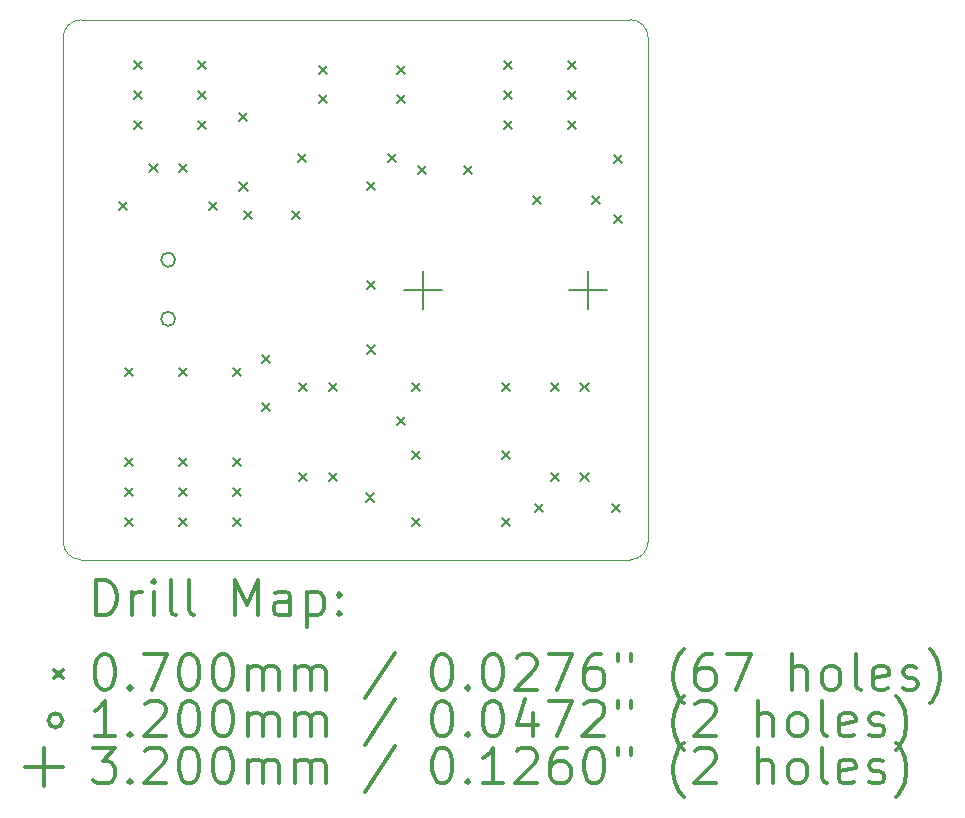
<source format=gbr>
%FSLAX45Y45*%
G04 Gerber Fmt 4.5, Leading zero omitted, Abs format (unit mm)*
G04 Created by KiCad (PCBNEW 5.1.12-84ad8e8a86~92~ubuntu20.04.1) date 2022-07-02 20:29:37*
%MOMM*%
%LPD*%
G01*
G04 APERTURE LIST*
%TA.AperFunction,Profile*%
%ADD10C,0.100000*%
%TD*%
%ADD11C,0.200000*%
%ADD12C,0.300000*%
G04 APERTURE END LIST*
D10*
X17373600Y-7239000D02*
G75*
G02*
X17526000Y-7391400I0J-152400D01*
G01*
X17526000Y-11658600D02*
G75*
G02*
X17373600Y-11811000I-152400J0D01*
G01*
X17526000Y-11658600D02*
X17526000Y-7391400D01*
X12573000Y-7391400D02*
G75*
G02*
X12725400Y-7239000I152400J0D01*
G01*
X12725400Y-11811000D02*
G75*
G02*
X12573000Y-11658600I0J152400D01*
G01*
X12573000Y-11658600D02*
X12573000Y-7391400D01*
X17373600Y-11811000D02*
X12725400Y-11811000D01*
X12725400Y-7239000D02*
X17373600Y-7239000D01*
D11*
X13046000Y-8778800D02*
X13116000Y-8848800D01*
X13116000Y-8778800D02*
X13046000Y-8848800D01*
X13096800Y-10188500D02*
X13166800Y-10258500D01*
X13166800Y-10188500D02*
X13096800Y-10258500D01*
X13096800Y-10950500D02*
X13166800Y-11020500D01*
X13166800Y-10950500D02*
X13096800Y-11020500D01*
X13096800Y-11204500D02*
X13166800Y-11274500D01*
X13166800Y-11204500D02*
X13096800Y-11274500D01*
X13096800Y-11458500D02*
X13166800Y-11528500D01*
X13166800Y-11458500D02*
X13096800Y-11528500D01*
X13173000Y-7585000D02*
X13243000Y-7655000D01*
X13243000Y-7585000D02*
X13173000Y-7655000D01*
X13173000Y-7839000D02*
X13243000Y-7909000D01*
X13243000Y-7839000D02*
X13173000Y-7909000D01*
X13173000Y-8093000D02*
X13243000Y-8163000D01*
X13243000Y-8093000D02*
X13173000Y-8163000D01*
X13302000Y-8461300D02*
X13372000Y-8531300D01*
X13372000Y-8461300D02*
X13302000Y-8531300D01*
X13552000Y-8461300D02*
X13622000Y-8531300D01*
X13622000Y-8461300D02*
X13552000Y-8531300D01*
X13554000Y-10188500D02*
X13624000Y-10258500D01*
X13624000Y-10188500D02*
X13554000Y-10258500D01*
X13554000Y-10950500D02*
X13624000Y-11020500D01*
X13624000Y-10950500D02*
X13554000Y-11020500D01*
X13554000Y-11204500D02*
X13624000Y-11274500D01*
X13624000Y-11204500D02*
X13554000Y-11274500D01*
X13554000Y-11458500D02*
X13624000Y-11528500D01*
X13624000Y-11458500D02*
X13554000Y-11528500D01*
X13711480Y-7585000D02*
X13781480Y-7655000D01*
X13781480Y-7585000D02*
X13711480Y-7655000D01*
X13711480Y-7839000D02*
X13781480Y-7909000D01*
X13781480Y-7839000D02*
X13711480Y-7909000D01*
X13711480Y-8093000D02*
X13781480Y-8163000D01*
X13781480Y-8093000D02*
X13711480Y-8163000D01*
X13808000Y-8778800D02*
X13878000Y-8848800D01*
X13878000Y-8778800D02*
X13808000Y-8848800D01*
X14011200Y-10188500D02*
X14081200Y-10258500D01*
X14081200Y-10188500D02*
X14011200Y-10258500D01*
X14011200Y-10950500D02*
X14081200Y-11020500D01*
X14081200Y-10950500D02*
X14011200Y-11020500D01*
X14011200Y-11204500D02*
X14081200Y-11274500D01*
X14081200Y-11204500D02*
X14011200Y-11274500D01*
X14011200Y-11458500D02*
X14081200Y-11528500D01*
X14081200Y-11458500D02*
X14011200Y-11528500D01*
X14062000Y-8029500D02*
X14132000Y-8099500D01*
X14132000Y-8029500D02*
X14062000Y-8099500D01*
X14064587Y-8615502D02*
X14134587Y-8685502D01*
X14134587Y-8615502D02*
X14064587Y-8685502D01*
X14100100Y-8855000D02*
X14170100Y-8925000D01*
X14170100Y-8855000D02*
X14100100Y-8925000D01*
X14252500Y-10074200D02*
X14322500Y-10144200D01*
X14322500Y-10074200D02*
X14252500Y-10144200D01*
X14252500Y-10485095D02*
X14322500Y-10555095D01*
X14322500Y-10485095D02*
X14252500Y-10555095D01*
X14506500Y-8855000D02*
X14576500Y-8925000D01*
X14576500Y-8855000D02*
X14506500Y-8925000D01*
X14557300Y-8372400D02*
X14627300Y-8442400D01*
X14627300Y-8372400D02*
X14557300Y-8442400D01*
X14570900Y-10315500D02*
X14640900Y-10385500D01*
X14640900Y-10315500D02*
X14570900Y-10385500D01*
X14570900Y-11077500D02*
X14640900Y-11147500D01*
X14640900Y-11077500D02*
X14570900Y-11147500D01*
X14735100Y-7627100D02*
X14805100Y-7697100D01*
X14805100Y-7627100D02*
X14735100Y-7697100D01*
X14735100Y-7877100D02*
X14805100Y-7947100D01*
X14805100Y-7877100D02*
X14735100Y-7947100D01*
X14820900Y-10315500D02*
X14890900Y-10385500D01*
X14890900Y-10315500D02*
X14820900Y-10385500D01*
X14820900Y-11077500D02*
X14890900Y-11147500D01*
X14890900Y-11077500D02*
X14820900Y-11147500D01*
X15135661Y-11248439D02*
X15205661Y-11318439D01*
X15205661Y-11248439D02*
X15135661Y-11318439D01*
X15141500Y-8613700D02*
X15211500Y-8683700D01*
X15211500Y-8613700D02*
X15141500Y-8683700D01*
X15141500Y-9451900D02*
X15211500Y-9521900D01*
X15211500Y-9451900D02*
X15141500Y-9521900D01*
X15141500Y-9995497D02*
X15211500Y-10065497D01*
X15211500Y-9995497D02*
X15141500Y-10065497D01*
X15319300Y-8372400D02*
X15389300Y-8442400D01*
X15389300Y-8372400D02*
X15319300Y-8442400D01*
X15395500Y-7627100D02*
X15465500Y-7697100D01*
X15465500Y-7627100D02*
X15395500Y-7697100D01*
X15395500Y-7877100D02*
X15465500Y-7947100D01*
X15465500Y-7877100D02*
X15395500Y-7947100D01*
X15395500Y-10602520D02*
X15465500Y-10672520D01*
X15465500Y-10602520D02*
X15395500Y-10672520D01*
X15522500Y-10315500D02*
X15592500Y-10385500D01*
X15592500Y-10315500D02*
X15522500Y-10385500D01*
X15522500Y-10887000D02*
X15592500Y-10957000D01*
X15592500Y-10887000D02*
X15522500Y-10957000D01*
X15522500Y-11458500D02*
X15592500Y-11528500D01*
X15592500Y-11458500D02*
X15522500Y-11528500D01*
X15573300Y-8474000D02*
X15643300Y-8544000D01*
X15643300Y-8474000D02*
X15573300Y-8544000D01*
X15967000Y-8474000D02*
X16037000Y-8544000D01*
X16037000Y-8474000D02*
X15967000Y-8544000D01*
X16284500Y-10315500D02*
X16354500Y-10385500D01*
X16354500Y-10315500D02*
X16284500Y-10385500D01*
X16284500Y-10887000D02*
X16354500Y-10957000D01*
X16354500Y-10887000D02*
X16284500Y-10957000D01*
X16284500Y-11458500D02*
X16354500Y-11528500D01*
X16354500Y-11458500D02*
X16284500Y-11528500D01*
X16304820Y-7585000D02*
X16374820Y-7655000D01*
X16374820Y-7585000D02*
X16304820Y-7655000D01*
X16304820Y-7839000D02*
X16374820Y-7909000D01*
X16374820Y-7839000D02*
X16304820Y-7909000D01*
X16304820Y-8093000D02*
X16374820Y-8163000D01*
X16374820Y-8093000D02*
X16304820Y-8163000D01*
X16551200Y-8728000D02*
X16621200Y-8798000D01*
X16621200Y-8728000D02*
X16551200Y-8798000D01*
X16568185Y-11335785D02*
X16638185Y-11405785D01*
X16638185Y-11335785D02*
X16568185Y-11405785D01*
X16701600Y-10315500D02*
X16771600Y-10385500D01*
X16771600Y-10315500D02*
X16701600Y-10385500D01*
X16701600Y-11077500D02*
X16771600Y-11147500D01*
X16771600Y-11077500D02*
X16701600Y-11147500D01*
X16843300Y-7585000D02*
X16913300Y-7655000D01*
X16913300Y-7585000D02*
X16843300Y-7655000D01*
X16843300Y-7839000D02*
X16913300Y-7909000D01*
X16913300Y-7839000D02*
X16843300Y-7909000D01*
X16843300Y-8093000D02*
X16913300Y-8163000D01*
X16913300Y-8093000D02*
X16843300Y-8163000D01*
X16951600Y-10315500D02*
X17021600Y-10385500D01*
X17021600Y-10315500D02*
X16951600Y-10385500D01*
X16951600Y-11077500D02*
X17021600Y-11147500D01*
X17021600Y-11077500D02*
X16951600Y-11147500D01*
X17051200Y-8728000D02*
X17121200Y-8798000D01*
X17121200Y-8728000D02*
X17051200Y-8798000D01*
X17216573Y-11335784D02*
X17286573Y-11405784D01*
X17286573Y-11335784D02*
X17216573Y-11405784D01*
X17237000Y-8385100D02*
X17307000Y-8455100D01*
X17307000Y-8385100D02*
X17237000Y-8455100D01*
X17237000Y-8893100D02*
X17307000Y-8963100D01*
X17307000Y-8893100D02*
X17237000Y-8963100D01*
X13522000Y-9271000D02*
G75*
G03*
X13522000Y-9271000I-60000J0D01*
G01*
X13522000Y-9771000D02*
G75*
G03*
X13522000Y-9771000I-60000J0D01*
G01*
X15621000Y-9365000D02*
X15621000Y-9685000D01*
X15461000Y-9525000D02*
X15781000Y-9525000D01*
X17018000Y-9365000D02*
X17018000Y-9685000D01*
X16858000Y-9525000D02*
X17178000Y-9525000D01*
D12*
X12854428Y-12281714D02*
X12854428Y-11981714D01*
X12925857Y-11981714D01*
X12968714Y-11996000D01*
X12997286Y-12024571D01*
X13011571Y-12053143D01*
X13025857Y-12110286D01*
X13025857Y-12153143D01*
X13011571Y-12210286D01*
X12997286Y-12238857D01*
X12968714Y-12267429D01*
X12925857Y-12281714D01*
X12854428Y-12281714D01*
X13154428Y-12281714D02*
X13154428Y-12081714D01*
X13154428Y-12138857D02*
X13168714Y-12110286D01*
X13183000Y-12096000D01*
X13211571Y-12081714D01*
X13240143Y-12081714D01*
X13340143Y-12281714D02*
X13340143Y-12081714D01*
X13340143Y-11981714D02*
X13325857Y-11996000D01*
X13340143Y-12010286D01*
X13354428Y-11996000D01*
X13340143Y-11981714D01*
X13340143Y-12010286D01*
X13525857Y-12281714D02*
X13497286Y-12267429D01*
X13483000Y-12238857D01*
X13483000Y-11981714D01*
X13683000Y-12281714D02*
X13654428Y-12267429D01*
X13640143Y-12238857D01*
X13640143Y-11981714D01*
X14025857Y-12281714D02*
X14025857Y-11981714D01*
X14125857Y-12196000D01*
X14225857Y-11981714D01*
X14225857Y-12281714D01*
X14497286Y-12281714D02*
X14497286Y-12124571D01*
X14483000Y-12096000D01*
X14454428Y-12081714D01*
X14397286Y-12081714D01*
X14368714Y-12096000D01*
X14497286Y-12267429D02*
X14468714Y-12281714D01*
X14397286Y-12281714D01*
X14368714Y-12267429D01*
X14354428Y-12238857D01*
X14354428Y-12210286D01*
X14368714Y-12181714D01*
X14397286Y-12167429D01*
X14468714Y-12167429D01*
X14497286Y-12153143D01*
X14640143Y-12081714D02*
X14640143Y-12381714D01*
X14640143Y-12096000D02*
X14668714Y-12081714D01*
X14725857Y-12081714D01*
X14754428Y-12096000D01*
X14768714Y-12110286D01*
X14783000Y-12138857D01*
X14783000Y-12224571D01*
X14768714Y-12253143D01*
X14754428Y-12267429D01*
X14725857Y-12281714D01*
X14668714Y-12281714D01*
X14640143Y-12267429D01*
X14911571Y-12253143D02*
X14925857Y-12267429D01*
X14911571Y-12281714D01*
X14897286Y-12267429D01*
X14911571Y-12253143D01*
X14911571Y-12281714D01*
X14911571Y-12096000D02*
X14925857Y-12110286D01*
X14911571Y-12124571D01*
X14897286Y-12110286D01*
X14911571Y-12096000D01*
X14911571Y-12124571D01*
X12498000Y-12741000D02*
X12568000Y-12811000D01*
X12568000Y-12741000D02*
X12498000Y-12811000D01*
X12911571Y-12611714D02*
X12940143Y-12611714D01*
X12968714Y-12626000D01*
X12983000Y-12640286D01*
X12997286Y-12668857D01*
X13011571Y-12726000D01*
X13011571Y-12797429D01*
X12997286Y-12854571D01*
X12983000Y-12883143D01*
X12968714Y-12897429D01*
X12940143Y-12911714D01*
X12911571Y-12911714D01*
X12883000Y-12897429D01*
X12868714Y-12883143D01*
X12854428Y-12854571D01*
X12840143Y-12797429D01*
X12840143Y-12726000D01*
X12854428Y-12668857D01*
X12868714Y-12640286D01*
X12883000Y-12626000D01*
X12911571Y-12611714D01*
X13140143Y-12883143D02*
X13154428Y-12897429D01*
X13140143Y-12911714D01*
X13125857Y-12897429D01*
X13140143Y-12883143D01*
X13140143Y-12911714D01*
X13254428Y-12611714D02*
X13454428Y-12611714D01*
X13325857Y-12911714D01*
X13625857Y-12611714D02*
X13654428Y-12611714D01*
X13683000Y-12626000D01*
X13697286Y-12640286D01*
X13711571Y-12668857D01*
X13725857Y-12726000D01*
X13725857Y-12797429D01*
X13711571Y-12854571D01*
X13697286Y-12883143D01*
X13683000Y-12897429D01*
X13654428Y-12911714D01*
X13625857Y-12911714D01*
X13597286Y-12897429D01*
X13583000Y-12883143D01*
X13568714Y-12854571D01*
X13554428Y-12797429D01*
X13554428Y-12726000D01*
X13568714Y-12668857D01*
X13583000Y-12640286D01*
X13597286Y-12626000D01*
X13625857Y-12611714D01*
X13911571Y-12611714D02*
X13940143Y-12611714D01*
X13968714Y-12626000D01*
X13983000Y-12640286D01*
X13997286Y-12668857D01*
X14011571Y-12726000D01*
X14011571Y-12797429D01*
X13997286Y-12854571D01*
X13983000Y-12883143D01*
X13968714Y-12897429D01*
X13940143Y-12911714D01*
X13911571Y-12911714D01*
X13883000Y-12897429D01*
X13868714Y-12883143D01*
X13854428Y-12854571D01*
X13840143Y-12797429D01*
X13840143Y-12726000D01*
X13854428Y-12668857D01*
X13868714Y-12640286D01*
X13883000Y-12626000D01*
X13911571Y-12611714D01*
X14140143Y-12911714D02*
X14140143Y-12711714D01*
X14140143Y-12740286D02*
X14154428Y-12726000D01*
X14183000Y-12711714D01*
X14225857Y-12711714D01*
X14254428Y-12726000D01*
X14268714Y-12754571D01*
X14268714Y-12911714D01*
X14268714Y-12754571D02*
X14283000Y-12726000D01*
X14311571Y-12711714D01*
X14354428Y-12711714D01*
X14383000Y-12726000D01*
X14397286Y-12754571D01*
X14397286Y-12911714D01*
X14540143Y-12911714D02*
X14540143Y-12711714D01*
X14540143Y-12740286D02*
X14554428Y-12726000D01*
X14583000Y-12711714D01*
X14625857Y-12711714D01*
X14654428Y-12726000D01*
X14668714Y-12754571D01*
X14668714Y-12911714D01*
X14668714Y-12754571D02*
X14683000Y-12726000D01*
X14711571Y-12711714D01*
X14754428Y-12711714D01*
X14783000Y-12726000D01*
X14797286Y-12754571D01*
X14797286Y-12911714D01*
X15383000Y-12597429D02*
X15125857Y-12983143D01*
X15768714Y-12611714D02*
X15797286Y-12611714D01*
X15825857Y-12626000D01*
X15840143Y-12640286D01*
X15854428Y-12668857D01*
X15868714Y-12726000D01*
X15868714Y-12797429D01*
X15854428Y-12854571D01*
X15840143Y-12883143D01*
X15825857Y-12897429D01*
X15797286Y-12911714D01*
X15768714Y-12911714D01*
X15740143Y-12897429D01*
X15725857Y-12883143D01*
X15711571Y-12854571D01*
X15697286Y-12797429D01*
X15697286Y-12726000D01*
X15711571Y-12668857D01*
X15725857Y-12640286D01*
X15740143Y-12626000D01*
X15768714Y-12611714D01*
X15997286Y-12883143D02*
X16011571Y-12897429D01*
X15997286Y-12911714D01*
X15983000Y-12897429D01*
X15997286Y-12883143D01*
X15997286Y-12911714D01*
X16197286Y-12611714D02*
X16225857Y-12611714D01*
X16254428Y-12626000D01*
X16268714Y-12640286D01*
X16283000Y-12668857D01*
X16297286Y-12726000D01*
X16297286Y-12797429D01*
X16283000Y-12854571D01*
X16268714Y-12883143D01*
X16254428Y-12897429D01*
X16225857Y-12911714D01*
X16197286Y-12911714D01*
X16168714Y-12897429D01*
X16154428Y-12883143D01*
X16140143Y-12854571D01*
X16125857Y-12797429D01*
X16125857Y-12726000D01*
X16140143Y-12668857D01*
X16154428Y-12640286D01*
X16168714Y-12626000D01*
X16197286Y-12611714D01*
X16411571Y-12640286D02*
X16425857Y-12626000D01*
X16454428Y-12611714D01*
X16525857Y-12611714D01*
X16554428Y-12626000D01*
X16568714Y-12640286D01*
X16583000Y-12668857D01*
X16583000Y-12697429D01*
X16568714Y-12740286D01*
X16397286Y-12911714D01*
X16583000Y-12911714D01*
X16683000Y-12611714D02*
X16883000Y-12611714D01*
X16754428Y-12911714D01*
X17125857Y-12611714D02*
X17068714Y-12611714D01*
X17040143Y-12626000D01*
X17025857Y-12640286D01*
X16997286Y-12683143D01*
X16983000Y-12740286D01*
X16983000Y-12854571D01*
X16997286Y-12883143D01*
X17011571Y-12897429D01*
X17040143Y-12911714D01*
X17097286Y-12911714D01*
X17125857Y-12897429D01*
X17140143Y-12883143D01*
X17154428Y-12854571D01*
X17154428Y-12783143D01*
X17140143Y-12754571D01*
X17125857Y-12740286D01*
X17097286Y-12726000D01*
X17040143Y-12726000D01*
X17011571Y-12740286D01*
X16997286Y-12754571D01*
X16983000Y-12783143D01*
X17268714Y-12611714D02*
X17268714Y-12668857D01*
X17383000Y-12611714D02*
X17383000Y-12668857D01*
X17825857Y-13026000D02*
X17811571Y-13011714D01*
X17783000Y-12968857D01*
X17768714Y-12940286D01*
X17754428Y-12897429D01*
X17740143Y-12826000D01*
X17740143Y-12768857D01*
X17754428Y-12697429D01*
X17768714Y-12654571D01*
X17783000Y-12626000D01*
X17811571Y-12583143D01*
X17825857Y-12568857D01*
X18068714Y-12611714D02*
X18011571Y-12611714D01*
X17983000Y-12626000D01*
X17968714Y-12640286D01*
X17940143Y-12683143D01*
X17925857Y-12740286D01*
X17925857Y-12854571D01*
X17940143Y-12883143D01*
X17954428Y-12897429D01*
X17983000Y-12911714D01*
X18040143Y-12911714D01*
X18068714Y-12897429D01*
X18083000Y-12883143D01*
X18097286Y-12854571D01*
X18097286Y-12783143D01*
X18083000Y-12754571D01*
X18068714Y-12740286D01*
X18040143Y-12726000D01*
X17983000Y-12726000D01*
X17954428Y-12740286D01*
X17940143Y-12754571D01*
X17925857Y-12783143D01*
X18197286Y-12611714D02*
X18397286Y-12611714D01*
X18268714Y-12911714D01*
X18740143Y-12911714D02*
X18740143Y-12611714D01*
X18868714Y-12911714D02*
X18868714Y-12754571D01*
X18854428Y-12726000D01*
X18825857Y-12711714D01*
X18783000Y-12711714D01*
X18754428Y-12726000D01*
X18740143Y-12740286D01*
X19054428Y-12911714D02*
X19025857Y-12897429D01*
X19011571Y-12883143D01*
X18997286Y-12854571D01*
X18997286Y-12768857D01*
X19011571Y-12740286D01*
X19025857Y-12726000D01*
X19054428Y-12711714D01*
X19097286Y-12711714D01*
X19125857Y-12726000D01*
X19140143Y-12740286D01*
X19154428Y-12768857D01*
X19154428Y-12854571D01*
X19140143Y-12883143D01*
X19125857Y-12897429D01*
X19097286Y-12911714D01*
X19054428Y-12911714D01*
X19325857Y-12911714D02*
X19297286Y-12897429D01*
X19283000Y-12868857D01*
X19283000Y-12611714D01*
X19554428Y-12897429D02*
X19525857Y-12911714D01*
X19468714Y-12911714D01*
X19440143Y-12897429D01*
X19425857Y-12868857D01*
X19425857Y-12754571D01*
X19440143Y-12726000D01*
X19468714Y-12711714D01*
X19525857Y-12711714D01*
X19554428Y-12726000D01*
X19568714Y-12754571D01*
X19568714Y-12783143D01*
X19425857Y-12811714D01*
X19683000Y-12897429D02*
X19711571Y-12911714D01*
X19768714Y-12911714D01*
X19797286Y-12897429D01*
X19811571Y-12868857D01*
X19811571Y-12854571D01*
X19797286Y-12826000D01*
X19768714Y-12811714D01*
X19725857Y-12811714D01*
X19697286Y-12797429D01*
X19683000Y-12768857D01*
X19683000Y-12754571D01*
X19697286Y-12726000D01*
X19725857Y-12711714D01*
X19768714Y-12711714D01*
X19797286Y-12726000D01*
X19911571Y-13026000D02*
X19925857Y-13011714D01*
X19954428Y-12968857D01*
X19968714Y-12940286D01*
X19983000Y-12897429D01*
X19997286Y-12826000D01*
X19997286Y-12768857D01*
X19983000Y-12697429D01*
X19968714Y-12654571D01*
X19954428Y-12626000D01*
X19925857Y-12583143D01*
X19911571Y-12568857D01*
X12568000Y-13172000D02*
G75*
G03*
X12568000Y-13172000I-60000J0D01*
G01*
X13011571Y-13307714D02*
X12840143Y-13307714D01*
X12925857Y-13307714D02*
X12925857Y-13007714D01*
X12897286Y-13050571D01*
X12868714Y-13079143D01*
X12840143Y-13093429D01*
X13140143Y-13279143D02*
X13154428Y-13293429D01*
X13140143Y-13307714D01*
X13125857Y-13293429D01*
X13140143Y-13279143D01*
X13140143Y-13307714D01*
X13268714Y-13036286D02*
X13283000Y-13022000D01*
X13311571Y-13007714D01*
X13383000Y-13007714D01*
X13411571Y-13022000D01*
X13425857Y-13036286D01*
X13440143Y-13064857D01*
X13440143Y-13093429D01*
X13425857Y-13136286D01*
X13254428Y-13307714D01*
X13440143Y-13307714D01*
X13625857Y-13007714D02*
X13654428Y-13007714D01*
X13683000Y-13022000D01*
X13697286Y-13036286D01*
X13711571Y-13064857D01*
X13725857Y-13122000D01*
X13725857Y-13193429D01*
X13711571Y-13250571D01*
X13697286Y-13279143D01*
X13683000Y-13293429D01*
X13654428Y-13307714D01*
X13625857Y-13307714D01*
X13597286Y-13293429D01*
X13583000Y-13279143D01*
X13568714Y-13250571D01*
X13554428Y-13193429D01*
X13554428Y-13122000D01*
X13568714Y-13064857D01*
X13583000Y-13036286D01*
X13597286Y-13022000D01*
X13625857Y-13007714D01*
X13911571Y-13007714D02*
X13940143Y-13007714D01*
X13968714Y-13022000D01*
X13983000Y-13036286D01*
X13997286Y-13064857D01*
X14011571Y-13122000D01*
X14011571Y-13193429D01*
X13997286Y-13250571D01*
X13983000Y-13279143D01*
X13968714Y-13293429D01*
X13940143Y-13307714D01*
X13911571Y-13307714D01*
X13883000Y-13293429D01*
X13868714Y-13279143D01*
X13854428Y-13250571D01*
X13840143Y-13193429D01*
X13840143Y-13122000D01*
X13854428Y-13064857D01*
X13868714Y-13036286D01*
X13883000Y-13022000D01*
X13911571Y-13007714D01*
X14140143Y-13307714D02*
X14140143Y-13107714D01*
X14140143Y-13136286D02*
X14154428Y-13122000D01*
X14183000Y-13107714D01*
X14225857Y-13107714D01*
X14254428Y-13122000D01*
X14268714Y-13150571D01*
X14268714Y-13307714D01*
X14268714Y-13150571D02*
X14283000Y-13122000D01*
X14311571Y-13107714D01*
X14354428Y-13107714D01*
X14383000Y-13122000D01*
X14397286Y-13150571D01*
X14397286Y-13307714D01*
X14540143Y-13307714D02*
X14540143Y-13107714D01*
X14540143Y-13136286D02*
X14554428Y-13122000D01*
X14583000Y-13107714D01*
X14625857Y-13107714D01*
X14654428Y-13122000D01*
X14668714Y-13150571D01*
X14668714Y-13307714D01*
X14668714Y-13150571D02*
X14683000Y-13122000D01*
X14711571Y-13107714D01*
X14754428Y-13107714D01*
X14783000Y-13122000D01*
X14797286Y-13150571D01*
X14797286Y-13307714D01*
X15383000Y-12993429D02*
X15125857Y-13379143D01*
X15768714Y-13007714D02*
X15797286Y-13007714D01*
X15825857Y-13022000D01*
X15840143Y-13036286D01*
X15854428Y-13064857D01*
X15868714Y-13122000D01*
X15868714Y-13193429D01*
X15854428Y-13250571D01*
X15840143Y-13279143D01*
X15825857Y-13293429D01*
X15797286Y-13307714D01*
X15768714Y-13307714D01*
X15740143Y-13293429D01*
X15725857Y-13279143D01*
X15711571Y-13250571D01*
X15697286Y-13193429D01*
X15697286Y-13122000D01*
X15711571Y-13064857D01*
X15725857Y-13036286D01*
X15740143Y-13022000D01*
X15768714Y-13007714D01*
X15997286Y-13279143D02*
X16011571Y-13293429D01*
X15997286Y-13307714D01*
X15983000Y-13293429D01*
X15997286Y-13279143D01*
X15997286Y-13307714D01*
X16197286Y-13007714D02*
X16225857Y-13007714D01*
X16254428Y-13022000D01*
X16268714Y-13036286D01*
X16283000Y-13064857D01*
X16297286Y-13122000D01*
X16297286Y-13193429D01*
X16283000Y-13250571D01*
X16268714Y-13279143D01*
X16254428Y-13293429D01*
X16225857Y-13307714D01*
X16197286Y-13307714D01*
X16168714Y-13293429D01*
X16154428Y-13279143D01*
X16140143Y-13250571D01*
X16125857Y-13193429D01*
X16125857Y-13122000D01*
X16140143Y-13064857D01*
X16154428Y-13036286D01*
X16168714Y-13022000D01*
X16197286Y-13007714D01*
X16554428Y-13107714D02*
X16554428Y-13307714D01*
X16483000Y-12993429D02*
X16411571Y-13207714D01*
X16597286Y-13207714D01*
X16683000Y-13007714D02*
X16883000Y-13007714D01*
X16754428Y-13307714D01*
X16983000Y-13036286D02*
X16997286Y-13022000D01*
X17025857Y-13007714D01*
X17097286Y-13007714D01*
X17125857Y-13022000D01*
X17140143Y-13036286D01*
X17154428Y-13064857D01*
X17154428Y-13093429D01*
X17140143Y-13136286D01*
X16968714Y-13307714D01*
X17154428Y-13307714D01*
X17268714Y-13007714D02*
X17268714Y-13064857D01*
X17383000Y-13007714D02*
X17383000Y-13064857D01*
X17825857Y-13422000D02*
X17811571Y-13407714D01*
X17783000Y-13364857D01*
X17768714Y-13336286D01*
X17754428Y-13293429D01*
X17740143Y-13222000D01*
X17740143Y-13164857D01*
X17754428Y-13093429D01*
X17768714Y-13050571D01*
X17783000Y-13022000D01*
X17811571Y-12979143D01*
X17825857Y-12964857D01*
X17925857Y-13036286D02*
X17940143Y-13022000D01*
X17968714Y-13007714D01*
X18040143Y-13007714D01*
X18068714Y-13022000D01*
X18083000Y-13036286D01*
X18097286Y-13064857D01*
X18097286Y-13093429D01*
X18083000Y-13136286D01*
X17911571Y-13307714D01*
X18097286Y-13307714D01*
X18454428Y-13307714D02*
X18454428Y-13007714D01*
X18583000Y-13307714D02*
X18583000Y-13150571D01*
X18568714Y-13122000D01*
X18540143Y-13107714D01*
X18497286Y-13107714D01*
X18468714Y-13122000D01*
X18454428Y-13136286D01*
X18768714Y-13307714D02*
X18740143Y-13293429D01*
X18725857Y-13279143D01*
X18711571Y-13250571D01*
X18711571Y-13164857D01*
X18725857Y-13136286D01*
X18740143Y-13122000D01*
X18768714Y-13107714D01*
X18811571Y-13107714D01*
X18840143Y-13122000D01*
X18854428Y-13136286D01*
X18868714Y-13164857D01*
X18868714Y-13250571D01*
X18854428Y-13279143D01*
X18840143Y-13293429D01*
X18811571Y-13307714D01*
X18768714Y-13307714D01*
X19040143Y-13307714D02*
X19011571Y-13293429D01*
X18997286Y-13264857D01*
X18997286Y-13007714D01*
X19268714Y-13293429D02*
X19240143Y-13307714D01*
X19183000Y-13307714D01*
X19154428Y-13293429D01*
X19140143Y-13264857D01*
X19140143Y-13150571D01*
X19154428Y-13122000D01*
X19183000Y-13107714D01*
X19240143Y-13107714D01*
X19268714Y-13122000D01*
X19283000Y-13150571D01*
X19283000Y-13179143D01*
X19140143Y-13207714D01*
X19397286Y-13293429D02*
X19425857Y-13307714D01*
X19483000Y-13307714D01*
X19511571Y-13293429D01*
X19525857Y-13264857D01*
X19525857Y-13250571D01*
X19511571Y-13222000D01*
X19483000Y-13207714D01*
X19440143Y-13207714D01*
X19411571Y-13193429D01*
X19397286Y-13164857D01*
X19397286Y-13150571D01*
X19411571Y-13122000D01*
X19440143Y-13107714D01*
X19483000Y-13107714D01*
X19511571Y-13122000D01*
X19625857Y-13422000D02*
X19640143Y-13407714D01*
X19668714Y-13364857D01*
X19683000Y-13336286D01*
X19697286Y-13293429D01*
X19711571Y-13222000D01*
X19711571Y-13164857D01*
X19697286Y-13093429D01*
X19683000Y-13050571D01*
X19668714Y-13022000D01*
X19640143Y-12979143D01*
X19625857Y-12964857D01*
X12408000Y-13408000D02*
X12408000Y-13728000D01*
X12248000Y-13568000D02*
X12568000Y-13568000D01*
X12825857Y-13403714D02*
X13011571Y-13403714D01*
X12911571Y-13518000D01*
X12954428Y-13518000D01*
X12983000Y-13532286D01*
X12997286Y-13546571D01*
X13011571Y-13575143D01*
X13011571Y-13646571D01*
X12997286Y-13675143D01*
X12983000Y-13689429D01*
X12954428Y-13703714D01*
X12868714Y-13703714D01*
X12840143Y-13689429D01*
X12825857Y-13675143D01*
X13140143Y-13675143D02*
X13154428Y-13689429D01*
X13140143Y-13703714D01*
X13125857Y-13689429D01*
X13140143Y-13675143D01*
X13140143Y-13703714D01*
X13268714Y-13432286D02*
X13283000Y-13418000D01*
X13311571Y-13403714D01*
X13383000Y-13403714D01*
X13411571Y-13418000D01*
X13425857Y-13432286D01*
X13440143Y-13460857D01*
X13440143Y-13489429D01*
X13425857Y-13532286D01*
X13254428Y-13703714D01*
X13440143Y-13703714D01*
X13625857Y-13403714D02*
X13654428Y-13403714D01*
X13683000Y-13418000D01*
X13697286Y-13432286D01*
X13711571Y-13460857D01*
X13725857Y-13518000D01*
X13725857Y-13589429D01*
X13711571Y-13646571D01*
X13697286Y-13675143D01*
X13683000Y-13689429D01*
X13654428Y-13703714D01*
X13625857Y-13703714D01*
X13597286Y-13689429D01*
X13583000Y-13675143D01*
X13568714Y-13646571D01*
X13554428Y-13589429D01*
X13554428Y-13518000D01*
X13568714Y-13460857D01*
X13583000Y-13432286D01*
X13597286Y-13418000D01*
X13625857Y-13403714D01*
X13911571Y-13403714D02*
X13940143Y-13403714D01*
X13968714Y-13418000D01*
X13983000Y-13432286D01*
X13997286Y-13460857D01*
X14011571Y-13518000D01*
X14011571Y-13589429D01*
X13997286Y-13646571D01*
X13983000Y-13675143D01*
X13968714Y-13689429D01*
X13940143Y-13703714D01*
X13911571Y-13703714D01*
X13883000Y-13689429D01*
X13868714Y-13675143D01*
X13854428Y-13646571D01*
X13840143Y-13589429D01*
X13840143Y-13518000D01*
X13854428Y-13460857D01*
X13868714Y-13432286D01*
X13883000Y-13418000D01*
X13911571Y-13403714D01*
X14140143Y-13703714D02*
X14140143Y-13503714D01*
X14140143Y-13532286D02*
X14154428Y-13518000D01*
X14183000Y-13503714D01*
X14225857Y-13503714D01*
X14254428Y-13518000D01*
X14268714Y-13546571D01*
X14268714Y-13703714D01*
X14268714Y-13546571D02*
X14283000Y-13518000D01*
X14311571Y-13503714D01*
X14354428Y-13503714D01*
X14383000Y-13518000D01*
X14397286Y-13546571D01*
X14397286Y-13703714D01*
X14540143Y-13703714D02*
X14540143Y-13503714D01*
X14540143Y-13532286D02*
X14554428Y-13518000D01*
X14583000Y-13503714D01*
X14625857Y-13503714D01*
X14654428Y-13518000D01*
X14668714Y-13546571D01*
X14668714Y-13703714D01*
X14668714Y-13546571D02*
X14683000Y-13518000D01*
X14711571Y-13503714D01*
X14754428Y-13503714D01*
X14783000Y-13518000D01*
X14797286Y-13546571D01*
X14797286Y-13703714D01*
X15383000Y-13389429D02*
X15125857Y-13775143D01*
X15768714Y-13403714D02*
X15797286Y-13403714D01*
X15825857Y-13418000D01*
X15840143Y-13432286D01*
X15854428Y-13460857D01*
X15868714Y-13518000D01*
X15868714Y-13589429D01*
X15854428Y-13646571D01*
X15840143Y-13675143D01*
X15825857Y-13689429D01*
X15797286Y-13703714D01*
X15768714Y-13703714D01*
X15740143Y-13689429D01*
X15725857Y-13675143D01*
X15711571Y-13646571D01*
X15697286Y-13589429D01*
X15697286Y-13518000D01*
X15711571Y-13460857D01*
X15725857Y-13432286D01*
X15740143Y-13418000D01*
X15768714Y-13403714D01*
X15997286Y-13675143D02*
X16011571Y-13689429D01*
X15997286Y-13703714D01*
X15983000Y-13689429D01*
X15997286Y-13675143D01*
X15997286Y-13703714D01*
X16297286Y-13703714D02*
X16125857Y-13703714D01*
X16211571Y-13703714D02*
X16211571Y-13403714D01*
X16183000Y-13446571D01*
X16154428Y-13475143D01*
X16125857Y-13489429D01*
X16411571Y-13432286D02*
X16425857Y-13418000D01*
X16454428Y-13403714D01*
X16525857Y-13403714D01*
X16554428Y-13418000D01*
X16568714Y-13432286D01*
X16583000Y-13460857D01*
X16583000Y-13489429D01*
X16568714Y-13532286D01*
X16397286Y-13703714D01*
X16583000Y-13703714D01*
X16840143Y-13403714D02*
X16783000Y-13403714D01*
X16754428Y-13418000D01*
X16740143Y-13432286D01*
X16711571Y-13475143D01*
X16697286Y-13532286D01*
X16697286Y-13646571D01*
X16711571Y-13675143D01*
X16725857Y-13689429D01*
X16754428Y-13703714D01*
X16811571Y-13703714D01*
X16840143Y-13689429D01*
X16854428Y-13675143D01*
X16868714Y-13646571D01*
X16868714Y-13575143D01*
X16854428Y-13546571D01*
X16840143Y-13532286D01*
X16811571Y-13518000D01*
X16754428Y-13518000D01*
X16725857Y-13532286D01*
X16711571Y-13546571D01*
X16697286Y-13575143D01*
X17054428Y-13403714D02*
X17083000Y-13403714D01*
X17111571Y-13418000D01*
X17125857Y-13432286D01*
X17140143Y-13460857D01*
X17154428Y-13518000D01*
X17154428Y-13589429D01*
X17140143Y-13646571D01*
X17125857Y-13675143D01*
X17111571Y-13689429D01*
X17083000Y-13703714D01*
X17054428Y-13703714D01*
X17025857Y-13689429D01*
X17011571Y-13675143D01*
X16997286Y-13646571D01*
X16983000Y-13589429D01*
X16983000Y-13518000D01*
X16997286Y-13460857D01*
X17011571Y-13432286D01*
X17025857Y-13418000D01*
X17054428Y-13403714D01*
X17268714Y-13403714D02*
X17268714Y-13460857D01*
X17383000Y-13403714D02*
X17383000Y-13460857D01*
X17825857Y-13818000D02*
X17811571Y-13803714D01*
X17783000Y-13760857D01*
X17768714Y-13732286D01*
X17754428Y-13689429D01*
X17740143Y-13618000D01*
X17740143Y-13560857D01*
X17754428Y-13489429D01*
X17768714Y-13446571D01*
X17783000Y-13418000D01*
X17811571Y-13375143D01*
X17825857Y-13360857D01*
X17925857Y-13432286D02*
X17940143Y-13418000D01*
X17968714Y-13403714D01*
X18040143Y-13403714D01*
X18068714Y-13418000D01*
X18083000Y-13432286D01*
X18097286Y-13460857D01*
X18097286Y-13489429D01*
X18083000Y-13532286D01*
X17911571Y-13703714D01*
X18097286Y-13703714D01*
X18454428Y-13703714D02*
X18454428Y-13403714D01*
X18583000Y-13703714D02*
X18583000Y-13546571D01*
X18568714Y-13518000D01*
X18540143Y-13503714D01*
X18497286Y-13503714D01*
X18468714Y-13518000D01*
X18454428Y-13532286D01*
X18768714Y-13703714D02*
X18740143Y-13689429D01*
X18725857Y-13675143D01*
X18711571Y-13646571D01*
X18711571Y-13560857D01*
X18725857Y-13532286D01*
X18740143Y-13518000D01*
X18768714Y-13503714D01*
X18811571Y-13503714D01*
X18840143Y-13518000D01*
X18854428Y-13532286D01*
X18868714Y-13560857D01*
X18868714Y-13646571D01*
X18854428Y-13675143D01*
X18840143Y-13689429D01*
X18811571Y-13703714D01*
X18768714Y-13703714D01*
X19040143Y-13703714D02*
X19011571Y-13689429D01*
X18997286Y-13660857D01*
X18997286Y-13403714D01*
X19268714Y-13689429D02*
X19240143Y-13703714D01*
X19183000Y-13703714D01*
X19154428Y-13689429D01*
X19140143Y-13660857D01*
X19140143Y-13546571D01*
X19154428Y-13518000D01*
X19183000Y-13503714D01*
X19240143Y-13503714D01*
X19268714Y-13518000D01*
X19283000Y-13546571D01*
X19283000Y-13575143D01*
X19140143Y-13603714D01*
X19397286Y-13689429D02*
X19425857Y-13703714D01*
X19483000Y-13703714D01*
X19511571Y-13689429D01*
X19525857Y-13660857D01*
X19525857Y-13646571D01*
X19511571Y-13618000D01*
X19483000Y-13603714D01*
X19440143Y-13603714D01*
X19411571Y-13589429D01*
X19397286Y-13560857D01*
X19397286Y-13546571D01*
X19411571Y-13518000D01*
X19440143Y-13503714D01*
X19483000Y-13503714D01*
X19511571Y-13518000D01*
X19625857Y-13818000D02*
X19640143Y-13803714D01*
X19668714Y-13760857D01*
X19683000Y-13732286D01*
X19697286Y-13689429D01*
X19711571Y-13618000D01*
X19711571Y-13560857D01*
X19697286Y-13489429D01*
X19683000Y-13446571D01*
X19668714Y-13418000D01*
X19640143Y-13375143D01*
X19625857Y-13360857D01*
M02*

</source>
